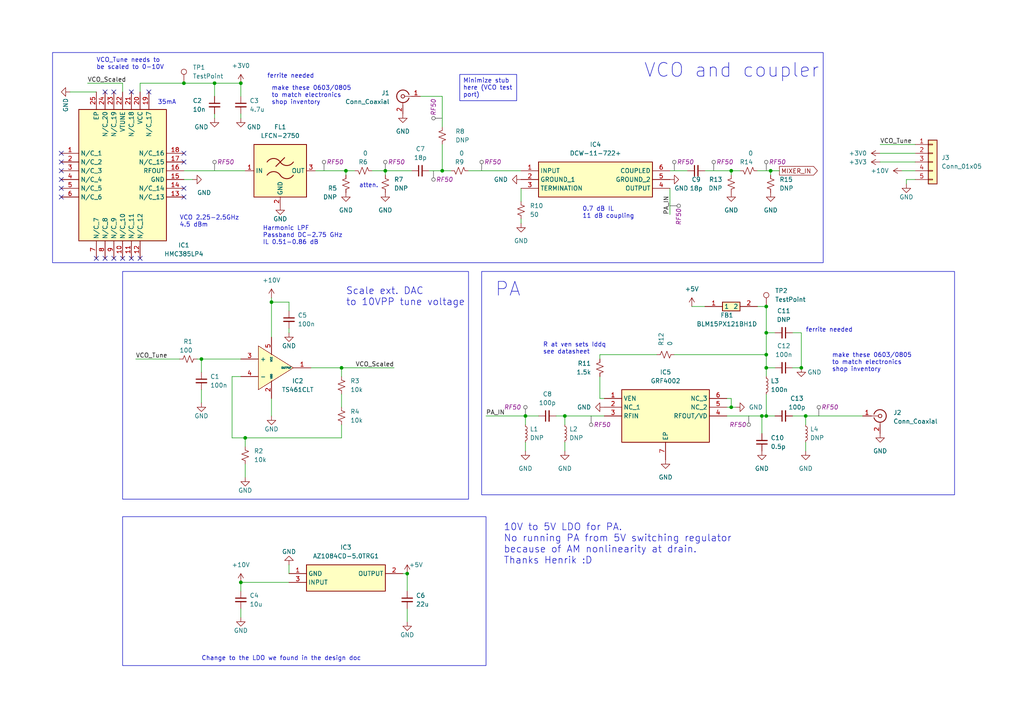
<source format=kicad_sch>
(kicad_sch (version 20230121) (generator eeschema)
  (paper "A4")
  (lib_symbols
    (symbol "Connector:Conn_Coaxial" (pin_names (offset 1.016) hide)
      (property "Reference" "J" (at 0.254 3.048 0))
      (property "Value" "Conn_Coaxial" (at 2.921 0 90))
      (symbol "Conn_Coaxial_0_1"
        (arc (start -1.778 -0.508) (mid 0.2311 -1.8066) (end 1.778 0) (stroke (width 0.254)))
        (polyline (pts (xy -2.54 0) (xy -0.508 0)))
        (polyline (pts (xy 0 -2.54) (xy 0 -1.778)))
        (circle (center 0 0) (radius 0.508) (stroke (width 0.2032)))
        (arc (start 1.778 0) (mid 0.2099 1.8101) (end -1.778 0.508) (stroke (width 0.254)))
      )
      (symbol "Conn_Coaxial_1_1"
        (pin passive line (at -5.08 0 0) (length 2.54) (name "In") (number "1"))
        (pin passive line (at 0 -5.08 90) (length 2.54) (name "Ext") (number "2"))
      )
    )
    (symbol "Connector:TestPoint" (pin_numbers hide) (pin_names (offset 0.762) hide)
      (property "Reference" "TP" (at 0 6.858 0))
      (property "Value" "TestPoint" (at 0 5.08 0))
      (symbol "TestPoint_0_1"
        (circle (center 0 3.302) (radius 0.762))
      )
      (symbol "TestPoint_1_1"
        (pin passive line (at 0 0 90) (length 2.54) (name "1") (number "1"))
      )
    )
    (symbol "Connector_Generic:Conn_01x05" (pin_names (offset 1.016) hide)
      (property "Reference" "J" (at 0 7.62 0))
      (property "Value" "Conn_01x05" (at 0 -7.62 0))
      (symbol "Conn_01x05_1_1"
        (rectangle (start -1.27 -4.953) (end 0 -5.207) (stroke (width 0.1524)))
        (rectangle (start -1.27 -2.413) (end 0 -2.667) (stroke (width 0.1524)))
        (rectangle (start -1.27 0.127) (end 0 -0.127) (stroke (width 0.1524)))
        (rectangle (start -1.27 2.667) (end 0 2.413) (stroke (width 0.1524)))
        (rectangle (start -1.27 5.207) (end 0 4.953) (stroke (width 0.1524)))
        (rectangle (start -1.27 6.35) (end 1.27 -6.35) (stroke (width 0.254)) (fill (type background)))
        (pin passive line (at -5.08 5.08 0) (length 3.81) (name "Pin_1") (number "1"))
        (pin passive line (at -5.08 2.54 0) (length 3.81) (name "Pin_2") (number "2"))
        (pin passive line (at -5.08 0 0) (length 3.81) (name "Pin_3") (number "3"))
        (pin passive line (at -5.08 -2.54 0) (length 3.81) (name "Pin_4") (number "4"))
        (pin passive line (at -5.08 -5.08 0) (length 3.81) (name "Pin_5") (number "5"))
      )
    )
    (symbol "Device:C_Small" (pin_numbers hide) (pin_names (offset 0.254) hide)
      (property "Reference" "C" (at 0.254 1.778 0))
      (property "Value" "C_Small" (at 0.254 -2.032 0))
      (symbol "C_Small_0_1"
        (polyline (pts (xy -1.524 -0.508) (xy 1.524 -0.508)) (stroke (width 0.3302)))
        (polyline (pts (xy -1.524 0.508) (xy 1.524 0.508)) (stroke (width 0.3048)))
      )
      (symbol "C_Small_1_1"
        (pin passive line (at 0 2.54 270) (length 2.032) (name "~") (number "1"))
        (pin passive line (at 0 -2.54 90) (length 2.032) (name "~") (number "2"))
      )
    )
    (symbol "Device:L_Small" (pin_numbers hide) (pin_names (offset 0.254) hide)
      (property "Reference" "L" (at 0.762 1.016 0))
      (property "Value" "L_Small" (at 0.762 -1.016 0))
      (symbol "L_Small_0_1"
        (arc (start 0 -2.032) (mid 0.5058 -1.524) (end 0 -1.016))
        (arc (start 0 -1.016) (mid 0.5058 -0.508) (end 0 0))
        (arc (start 0 0) (mid 0.5058 0.508) (end 0 1.016))
        (arc (start 0 1.016) (mid 0.5058 1.524) (end 0 2.032))
      )
      (symbol "L_Small_1_1"
        (pin passive line (at 0 2.54 270) (length 0.508) (name "~") (number "1"))
        (pin passive line (at 0 -2.54 90) (length 0.508) (name "~") (number "2"))
      )
    )
    (symbol "Device:R_Small_US" (pin_numbers hide) (pin_names (offset 0.254) hide)
      (property "Reference" "R" (at 0.762 0.508 0))
      (property "Value" "R_Small_US" (at 0.762 -1.016 0))
      (symbol "R_Small_US_1_1"
        (polyline (pts (xy 0 0) (xy 1.016 -0.381) (xy 0 -0.762) (xy -1.016 -1.143) (xy 0 -1.524)))
        (polyline (pts (xy 0 1.524) (xy 1.016 1.143) (xy 0 0.762) (xy -1.016 0.381) (xy 0 0)))
        (pin passive line (at 0 2.54 270) (length 1.016) (name "~") (number "1"))
        (pin passive line (at 0 -2.54 90) (length 1.016) (name "~") (number "2"))
      )
    )
    (symbol "RF_Filter:LFCN-2750"
      (property "Reference" "FL" (at 0 10.795 0))
      (property "Value" "LFCN-2750" (at 0 8.89 0))
      (symbol "LFCN-2750_0_1"
        (rectangle (start -7.62 7.62) (end 7.62 -7.62) (stroke (width 0.254)) (fill (type background)))
        (arc (start 0 -1.27) (mid -1.905 -0.2505) (end -3.81 -1.27) (stroke (width 0.254)))
        (arc (start 0 -1.27) (mid 1.905 -2.2895) (end 3.81 -1.27) (stroke (width 0.254)))
        (polyline (pts (xy -1.27 1.27) (xy 1.27 3.81)) (stroke (width 0.254)))
        (arc (start 0 2.54) (mid -1.905 3.5595) (end -3.81 2.54) (stroke (width 0.254)))
        (arc (start 0 2.54) (mid 1.905 1.5205) (end 3.81 2.54) (stroke (width 0.254)))
      )
      (symbol "LFCN-2750_1_1"
        (pin passive line (at -10.16 0 0) (length 2.54) (name "IN") (number "1"))
        (pin passive line (at 0 -10.16 90) (length 2.54) (name "GND") (number "2"))
        (pin passive line (at 10.16 0 180) (length 2.54) (name "OUT") (number "3"))
        (pin passive line (at 0 -10.16 90) (length 2.54) hide (name "GND") (number "4"))
      )
    )
    (symbol "SamacSys_Parts:AZ1084CD-5.0TRG1"
      (property "Reference" "IC" (at 29.21 7.62 0))
      (property "Value" "AZ1084CD-5.0TRG1" (at 29.21 5.08 0))
      (symbol "AZ1084CD-5.0TRG1_1_1"
        (rectangle (start 5.08 2.54) (end 27.94 -5.08) (stroke (width 0.254)) (fill (type background)))
        (pin power_in line (at 0 0 0) (length 5.08) (name "GND") (number "1"))
        (pin output line (at 33.02 0 180) (length 5.08) (name "OUTPUT") (number "2"))
        (pin input line (at 0 -2.54 0) (length 5.08) (name "INPUT") (number "3"))
      )
    )
    (symbol "SamacSys_Parts:BLM15PX121BH1D"
      (property "Reference" "FB" (at 3.81 6.35 0))
      (property "Value" "BLM15PX121BH1D" (at 3.81 3.81 0))
      (symbol "BLM15PX121BH1D_1_1"
        (rectangle (start 5.08 1.27) (end 10.16 -1.27) (stroke (width 0.254)) (fill (type background)))
        (pin passive line (at 0 0 0) (length 5.08) (name "1") (number "1"))
        (pin passive line (at 15.24 0 180) (length 5.08) (name "2") (number "2"))
      )
    )
    (symbol "SamacSys_Parts:DCW-11-722+"
      (property "Reference" "IC" (at 39.37 7.62 0))
      (property "Value" "DCW-11-722+" (at 39.37 5.08 0))
      (symbol "DCW-11-722+_1_1"
        (rectangle (start 5.08 2.54) (end 38.1 -7.62) (stroke (width 0.254)) (fill (type background)))
        (pin passive line (at 0 0 0) (length 5.08) (name "INPUT") (number "1"))
        (pin passive line (at 0 -2.54 0) (length 5.08) (name "GROUND_1") (number "2"))
        (pin passive line (at 0 -5.08 0) (length 5.08) (name "TERMINATION") (number "3"))
        (pin passive line (at 43.18 -5.08 180) (length 5.08) (name "OUTPUT") (number "4"))
        (pin passive line (at 43.18 -2.54 180) (length 5.08) (name "GROUND_2") (number "5"))
        (pin passive line (at 43.18 0 180) (length 5.08) (name "COUPLED") (number "6"))
      )
    )
    (symbol "SamacSys_Parts:GRF4002"
      (property "Reference" "IC" (at 31.75 7.62 0))
      (property "Value" "GRF4002" (at 31.75 5.08 0))
      (symbol "GRF4002_1_1"
        (rectangle (start 5.08 2.54) (end 30.48 -12.7) (stroke (width 0.254)) (fill (type background)))
        (pin passive line (at 0 0 0) (length 5.08) (name "VEN") (number "1"))
        (pin passive line (at 0 -2.54 0) (length 5.08) (name "NC_1") (number "2"))
        (pin passive line (at 0 -5.08 0) (length 5.08) (name "RFIN") (number "3"))
        (pin passive line (at 35.56 -5.08 180) (length 5.08) (name "RFOUT/VD") (number "4"))
        (pin passive line (at 35.56 -2.54 180) (length 5.08) (name "NC_2") (number "5"))
        (pin passive line (at 35.56 0 180) (length 5.08) (name "NC_3") (number "6"))
        (pin passive line (at 17.78 -17.78 90) (length 5.08) (name "EP") (number "7"))
      )
    )
    (symbol "SamacSys_Parts:HMC385LP4"
      (property "Reference" "IC" (at 31.75 17.78 0))
      (property "Value" "HMC385LP4" (at 31.75 15.24 0))
      (symbol "HMC385LP4_1_1"
        (rectangle (start 5.08 12.7) (end 30.48 -25.4) (stroke (width 0.254)) (fill (type background)))
        (pin passive line (at 0 0 0) (length 5.08) (name "N/C_1") (number "1"))
        (pin passive line (at 17.78 -30.48 90) (length 5.08) (name "N/C_10") (number "10"))
        (pin passive line (at 20.32 -30.48 90) (length 5.08) (name "N/C_11") (number "11"))
        (pin passive line (at 22.86 -30.48 90) (length 5.08) (name "N/C_12") (number "12"))
        (pin passive line (at 35.56 -12.7 180) (length 5.08) (name "N/C_13") (number "13"))
        (pin passive line (at 35.56 -10.16 180) (length 5.08) (name "N/C_14") (number "14"))
        (pin passive line (at 35.56 -7.62 180) (length 5.08) (name "GND") (number "15"))
        (pin passive line (at 35.56 -5.08 180) (length 5.08) (name "RFOUT") (number "16"))
        (pin passive line (at 35.56 -2.54 180) (length 5.08) (name "N/C_15") (number "17"))
        (pin passive line (at 35.56 0 180) (length 5.08) (name "N/C_16") (number "18"))
        (pin passive line (at 25.4 17.78 270) (length 5.08) (name "N/C_17") (number "19"))
        (pin passive line (at 0 -2.54 0) (length 5.08) (name "N/C_2") (number "2"))
        (pin passive line (at 22.86 17.78 270) (length 5.08) (name "VCC") (number "20"))
        (pin passive line (at 20.32 17.78 270) (length 5.08) (name "N/C_18") (number "21"))
        (pin passive line (at 17.78 17.78 270) (length 5.08) (name "VTUNE") (number "22"))
        (pin passive line (at 15.24 17.78 270) (length 5.08) (name "N/C_19") (number "23"))
        (pin passive line (at 12.7 17.78 270) (length 5.08) (name "N/C_20") (number "24"))
        (pin passive line (at 10.16 17.78 270) (length 5.08) (name "EP") (number "25"))
        (pin passive line (at 0 -5.08 0) (length 5.08) (name "N/C_3") (number "3"))
        (pin passive line (at 0 -7.62 0) (length 5.08) (name "N/C_4") (number "4"))
        (pin passive line (at 0 -10.16 0) (length 5.08) (name "N/C_5") (number "5"))
        (pin passive line (at 0 -12.7 0) (length 5.08) (name "N/C_6") (number "6"))
        (pin passive line (at 10.16 -30.48 90) (length 5.08) (name "N/C_7") (number "7"))
        (pin passive line (at 12.7 -30.48 90) (length 5.08) (name "N/C_8") (number "8"))
        (pin passive line (at 15.24 -30.48 90) (length 5.08) (name "N/C_9") (number "9"))
      )
    )
    (symbol "SamacSys_Parts:TS461CLT"
      (property "Reference" "IC" (at 11.43 -5.08 0))
      (property "Value" "TS461CLT" (at 11.43 -7.62 0))
      (symbol "TS461CLT_1_1"
        (polyline (pts (xy 0 -6.35) (xy 0 6.35) (xy 10.16 0) (xy 0 -6.35)) (fill (type background)))
        (pin output line (at 15.24 0 180) (length 5.08) (name "OUTPUT") (number "1"))
        (pin power_in line (at 3.81 -8.89 90) (length 5.08) (name "VDD") (number "2"))
        (pin input line (at -5.08 2.54 0) (length 5.08) (name "+") (number "3"))
        (pin input line (at -5.08 -2.54 0) (length 5.08) (name "-") (number "4"))
        (pin power_in line (at 3.81 8.89 270) (length 5.08) (name "VCC") (number "5"))
      )
    )
    (symbol "power:+10V" (power) (pin_names (offset 0))
      (property "Value" "+10V" (at 0 3.556 0))
      (symbol "+10V_0_1"
        (polyline (pts (xy -0.762 1.27) (xy 0 2.54)))
        (polyline (pts (xy 0 0) (xy 0 2.54)))
        (polyline (pts (xy 0 2.54) (xy 0.762 1.27)))
      )
      (symbol "+10V_1_1"
        (pin power_in line (at 0 0 90) (length 0) hide (name "+10V") (number "1"))
      )
    )
    (symbol "power:+3V0" (power) (pin_names (offset 0))
      (property "Value" "+3V0" (at 0 3.556 0))
      (symbol "+3V0_0_1"
        (polyline (pts (xy -0.762 1.27) (xy 0 2.54)))
        (polyline (pts (xy 0 0) (xy 0 2.54)))
        (polyline (pts (xy 0 2.54) (xy 0.762 1.27)))
      )
      (symbol "+3V0_1_1"
        (pin power_in line (at 0 0 90) (length 0) hide (name "+3V0") (number "1"))
      )
    )
    (symbol "power:+3V3" (power) (pin_names (offset 0))
      (property "Value" "+3V3" (at 0 3.556 0))
      (symbol "+3V3_0_1"
        (polyline (pts (xy -0.762 1.27) (xy 0 2.54)))
        (polyline (pts (xy 0 0) (xy 0 2.54)))
        (polyline (pts (xy 0 2.54) (xy 0.762 1.27)))
      )
      (symbol "+3V3_1_1"
        (pin power_in line (at 0 0 90) (length 0) hide (name "+3V3") (number "1"))
      )
    )
    (symbol "power:+5V" (power) (pin_names (offset 0))
      (property "Value" "+5V" (at 0 3.556 0))
      (symbol "+5V_0_1"
        (polyline (pts (xy -0.762 1.27) (xy 0 2.54)))
        (polyline (pts (xy 0 0) (xy 0 2.54)))
        (polyline (pts (xy 0 2.54) (xy 0.762 1.27)))
      )
      (symbol "+5V_1_1"
        (pin power_in line (at 0 0 90) (length 0) hide (name "+5V") (number "1"))
      )
    )
    (symbol "power:GND" (power) (pin_names (offset 0))
      (property "Value" "GND" (at 0 -3.81 0))
      (symbol "GND_0_1"
        (polyline (pts (xy 0 0) (xy 0 -1.27) (xy 1.27 -1.27) (xy 0 -2.54) (xy -1.27 -1.27) (xy 0 -1.27)))
      )
      (symbol "GND_1_1"
        (pin power_in line (at 0 0 270) (length 0) hide (name "GND") (number "1"))
      )
    )
  )
  (junction (at 128.27 49.53))
  (junction (at 163.83 120.65))
  (junction (at 222.25 120.65))
  (junction (at 118.11 166.37))
  (junction (at 71.12 127))
  (junction (at 78.74 87.63))
  (junction (at 222.25 102.87))
  (junction (at 222.25 88.9))
  (junction (at 212.09 49.53))
  (junction (at 111.76 49.53))
  (junction (at 69.85 24.13))
  (junction (at 99.06 106.68))
  (junction (at 53.34 24.13))
  (junction (at 223.52 49.53))
  (junction (at 232.41 106.68))
  (junction (at 152.4 120.65))
  (junction (at 222.25 96.52))
  (junction (at 233.68 120.65))
  (junction (at 58.42 104.14))
  (junction (at 69.85 168.91))
  (junction (at 212.09 118.11))
  (junction (at 220.98 120.65))
  (junction (at 62.23 24.13))
  (junction (at 222.25 106.68))
  (junction (at 100.33 49.53))
  (no_connect (at 17.78 54.61))
  (no_connect (at 53.34 54.61))
  (no_connect (at 53.34 46.99))
  (no_connect (at 43.18 26.67))
  (no_connect (at 17.78 44.45))
  (no_connect (at 33.02 74.93))
  (no_connect (at 17.78 49.53))
  (no_connect (at 53.34 57.15))
  (no_connect (at 30.48 26.67))
  (no_connect (at 30.48 74.93))
  (no_connect (at 17.78 46.99))
  (no_connect (at 27.94 74.93))
  (no_connect (at 38.1 26.67))
  (no_connect (at 17.78 57.15))
  (no_connect (at 40.64 74.93))
  (no_connect (at 35.56 74.93))
  (no_connect (at 17.78 52.07))
  (no_connect (at 53.34 44.45))
  (no_connect (at 33.02 26.67))
  (no_connect (at 38.1 74.93))
  (wire (pts (xy 212.09 49.53) (xy 214.63 49.53)))
  (wire (pts (xy 78.74 115.57) (xy 78.74 120.65)))
  (wire (pts (xy 128.27 49.53) (xy 130.81 49.53)))
  (wire (pts (xy 210.82 120.65) (xy 220.98 120.65)))
  (wire (pts (xy 71.12 127) (xy 67.31 127)))
  (wire (pts (xy 118.11 176.53) (xy 118.11 180.34)))
  (wire (pts (xy 212.09 118.11) (xy 213.36 118.11)))
  (wire (pts (xy 173.99 109.22) (xy 173.99 115.57)))
  (wire (pts (xy 69.85 168.91) (xy 69.85 171.45)))
  (wire (pts (xy 255.27 41.91) (xy 265.43 41.91)))
  (wire (pts (xy 100.33 50.8) (xy 100.33 49.53)))
  (wire (pts (xy 83.82 90.17) (xy 83.82 87.63)))
  (wire (pts (xy 25.4 24.13) (xy 35.56 24.13)))
  (wire (pts (xy 210.82 115.57) (xy 212.09 115.57)))
  (wire (pts (xy 71.12 129.54) (xy 71.12 127)))
  (wire (pts (xy 99.06 114.3) (xy 99.06 118.11)))
  (wire (pts (xy 62.23 33.02) (xy 62.23 34.29)))
  (wire (pts (xy 83.82 96.52) (xy 83.82 95.25)))
  (wire (pts (xy 222.25 114.3) (xy 222.25 120.65)))
  (wire (pts (xy 233.68 120.65) (xy 250.19 120.65)))
  (wire (pts (xy 255.27 44.45) (xy 265.43 44.45)))
  (wire (pts (xy 111.76 49.53) (xy 119.38 49.53)))
  (wire (pts (xy 229.87 96.52) (xy 232.41 96.52)))
  (wire (pts (xy 220.98 125.73) (xy 220.98 120.65)))
  (wire (pts (xy 233.68 128.27) (xy 233.68 130.81)))
  (wire (pts (xy 53.34 49.53) (xy 71.12 49.53)))
  (wire (pts (xy 58.42 107.95) (xy 58.42 104.14)))
  (wire (pts (xy 83.82 163.83) (xy 83.82 166.37)))
  (wire (pts (xy 69.85 33.02) (xy 69.85 34.29)))
  (wire (pts (xy 222.25 120.65) (xy 224.79 120.65)))
  (wire (pts (xy 69.85 179.07) (xy 69.85 176.53)))
  (wire (pts (xy 71.12 134.62) (xy 71.12 138.43)))
  (wire (pts (xy 100.33 49.53) (xy 102.87 49.53)))
  (wire (pts (xy 219.71 88.9) (xy 222.25 88.9)))
  (wire (pts (xy 210.82 118.11) (xy 212.09 118.11)))
  (wire (pts (xy 223.52 49.53) (xy 223.52 50.8)))
  (wire (pts (xy 53.34 52.07) (xy 55.88 52.07)))
  (wire (pts (xy 135.89 49.53) (xy 151.13 49.53)))
  (wire (pts (xy 229.87 106.68) (xy 232.41 106.68)))
  (wire (pts (xy 151.13 63.5) (xy 151.13 64.77)))
  (wire (pts (xy 232.41 96.52) (xy 232.41 106.68)))
  (wire (pts (xy 219.71 49.53) (xy 223.52 49.53)))
  (wire (pts (xy 69.85 27.94) (xy 69.85 24.13)))
  (wire (pts (xy 71.12 127) (xy 99.06 127)))
  (wire (pts (xy 233.68 120.65) (xy 229.87 120.65)))
  (wire (pts (xy 194.31 49.53) (xy 199.39 49.53)))
  (wire (pts (xy 222.25 96.52) (xy 222.25 102.87)))
  (wire (pts (xy 140.97 120.65) (xy 152.4 120.65)))
  (wire (pts (xy 222.25 106.68) (xy 222.25 109.22)))
  (wire (pts (xy 262.89 52.07) (xy 265.43 52.07)))
  (wire (pts (xy 200.66 88.9) (xy 204.47 88.9)))
  (wire (pts (xy 91.44 49.53) (xy 100.33 49.53)))
  (wire (pts (xy 20.32 26.67) (xy 27.94 26.67)))
  (wire (pts (xy 224.79 106.68) (xy 222.25 106.68)))
  (wire (pts (xy 128.27 49.53) (xy 124.46 49.53)))
  (wire (pts (xy 173.99 102.87) (xy 190.5 102.87)))
  (wire (pts (xy 128.27 41.91) (xy 128.27 49.53)))
  (wire (pts (xy 152.4 120.65) (xy 156.21 120.65)))
  (wire (pts (xy 261.62 49.53) (xy 265.43 49.53)))
  (wire (pts (xy 39.37 104.14) (xy 52.07 104.14)))
  (wire (pts (xy 62.23 27.94) (xy 62.23 24.13)))
  (wire (pts (xy 35.56 26.67) (xy 35.56 24.13)))
  (wire (pts (xy 204.47 49.53) (xy 212.09 49.53)))
  (wire (pts (xy 67.31 127) (xy 67.31 109.22)))
  (wire (pts (xy 83.82 168.91) (xy 69.85 168.91)))
  (wire (pts (xy 222.25 88.9) (xy 222.25 96.52)))
  (wire (pts (xy 195.58 102.87) (xy 222.25 102.87)))
  (wire (pts (xy 99.06 127) (xy 99.06 123.19)))
  (wire (pts (xy 152.4 130.81) (xy 152.4 128.27)))
  (wire (pts (xy 111.76 49.53) (xy 111.76 50.8)))
  (wire (pts (xy 224.79 96.52) (xy 222.25 96.52)))
  (wire (pts (xy 90.17 106.68) (xy 99.06 106.68)))
  (wire (pts (xy 223.52 49.53) (xy 226.06 49.53)))
  (wire (pts (xy 107.95 49.53) (xy 111.76 49.53)))
  (wire (pts (xy 78.74 86.36) (xy 78.74 87.63)))
  (wire (pts (xy 62.23 24.13) (xy 53.34 24.13)))
  (wire (pts (xy 40.64 24.13) (xy 40.64 26.67)))
  (wire (pts (xy 163.83 120.65) (xy 175.26 120.65)))
  (wire (pts (xy 99.06 106.68) (xy 114.3 106.68)))
  (wire (pts (xy 128.27 27.94) (xy 128.27 36.83)))
  (wire (pts (xy 163.83 130.81) (xy 163.83 128.27)))
  (wire (pts (xy 212.09 50.8) (xy 212.09 49.53)))
  (wire (pts (xy 53.34 24.13) (xy 40.64 24.13)))
  (wire (pts (xy 173.99 104.14) (xy 173.99 102.87)))
  (wire (pts (xy 255.27 46.99) (xy 265.43 46.99)))
  (wire (pts (xy 194.31 54.61) (xy 194.31 62.23)))
  (wire (pts (xy 262.89 53.34) (xy 262.89 52.07)))
  (wire (pts (xy 67.31 109.22) (xy 69.85 109.22)))
  (wire (pts (xy 163.83 120.65) (xy 163.83 123.19)))
  (wire (pts (xy 118.11 166.37) (xy 116.84 166.37)))
  (wire (pts (xy 212.09 115.57) (xy 212.09 118.11)))
  (wire (pts (xy 99.06 106.68) (xy 99.06 109.22)))
  (wire (pts (xy 161.29 120.65) (xy 163.83 120.65)))
  (wire (pts (xy 151.13 54.61) (xy 151.13 58.42)))
  (wire (pts (xy 233.68 123.19) (xy 233.68 120.65)))
  (wire (pts (xy 173.99 115.57) (xy 175.26 115.57)))
  (wire (pts (xy 58.42 104.14) (xy 69.85 104.14)))
  (wire (pts (xy 78.74 87.63) (xy 78.74 97.79)))
  (wire (pts (xy 58.42 104.14) (xy 57.15 104.14)))
  (wire (pts (xy 152.4 123.19) (xy 152.4 120.65)))
  (wire (pts (xy 118.11 166.37) (xy 118.11 171.45)))
  (wire (pts (xy 121.92 27.94) (xy 128.27 27.94)))
  (wire (pts (xy 222.25 102.87) (xy 222.25 106.68)))
  (wire (pts (xy 62.23 24.13) (xy 69.85 24.13)))
  (wire (pts (xy 220.98 120.65) (xy 222.25 120.65)))
  (wire (pts (xy 83.82 87.63) (xy 78.74 87.63)))
  (wire (pts (xy 58.42 113.03) (xy 58.42 116.84)))
  (rectangle (start 35.56 78.74) (end 135.89 144.78))
  (rectangle (start 15.24 15.24) (end 238.76 76.2))
  (rectangle (start 35.56 149.86) (end 140.97 193.04))
  (rectangle (start 139.7 78.74) (end 276.86 143.51))
  (text_box "Minimize stub here (VCO test port)" (at 133.35 21.59 0) (size 16.51 7.62) (effects (font (size 1.27 1.27)) (justify left top)))
  (text "PA" (at 143.51 86.36 0) (effects (font (size 4 4)) (justify left bottom)))
  (text "ferrite needed" (at 233.68 96.52 0) (effects (font (size 1.27 1.27)) (justify left bottom)))
  (text "VCO and coupler" (at 186.69 22.86 0) (effects (font (size 4 4)) (justify left bottom)))
  (text "35mA" (at 45.72 30.48 0) (effects (font (size 1.27 1.27)) (justify left bottom)))
  (text "ferrite needed" (at 77.47 22.86 0) (effects (font (size 1.27 1.27)) (justify left bottom)))
  (text "Scale ext. DAC\nto 10VPP tune voltage" (at 100.33 88.9 0) (effects (font (size 2 2)) (justify left bottom)))
  (text "atten." (at 104.14 54.61 0) (effects (font (size 1.27 1.27)) (justify left bottom)))
  (text "10V to 5V LDO for PA. \nNo running PA from 5V switching regulator\nbecause of AM nonlinearity at drain.\nThanks Henrik :D" (at 146.05 163.83 0) (effects (font (size 2 2)) (justify left bottom)))
  (text "VCO 2.25-2.5GHz\n4.5 dBm " (at 52.07 66.04 0) (effects (font (size 1.27 1.27)) (justify left bottom)))
  (text "VCO_Tune needs to\nbe scaled to 0-10V" (at 27.94 20.32 0) (effects (font (size 1.27 1.27)) (justify left bottom)))
  (text "make these 0603/0805\nto match electronics \nshop inventory" (at 241.3 107.95 0) (effects (font (size 1.27 1.27)) (justify left bottom)))
  (text "Change to the LDO we found in the design doc" (at 58.42 191.77 0) (effects (font (size 1.27 1.27)) (justify left bottom)))
  (text "R at ven sets Iddq\nsee datasheet" (at 157.48 102.87 0) (effects (font (size 1.27 1.27)) (justify left bottom)))
  (text "make these 0603/0805\nto match electronics \nshop inventory" (at 78.74 30.48 0) (effects (font (size 1.27 1.27)) (justify left bottom)))
  (text "Harmonic LPF\nPassband DC-2.75 GHz\nIL 0.51-0.86 dB" (at 76.2 71.12 0) (effects (font (size 1.27 1.27)) (justify left bottom)))
  (text "0.7 dB IL\n11 dB coupling" (at 168.91 63.5 0) (effects (font (size 1.27 1.27)) (justify left bottom)))
  (label "VCO_Tune" (at 255.27 41.91 0))
  (label "VCO_Tune" (at 39.37 104.14 0))
  (label "VCO_Scaled" (at 25.4 24.13 0))
  (label "VCO_Scaled" (at 114.3 106.68 180))
  (label "PA_IN" (at 140.97 120.65 0))
  (label "PA_IN" (at 194.31 62.23 90))
  (global_label "MIXER_IN" (shape output) (at 226.06 49.53 0) (property "Intersheetrefs" "${INTERSHEET_REFS}" (effects hide)))
  (netclass_flag "" (length 2.54) (shape round) (at 207.01 49.53 0) (property "Netclass" "RF50" (at 207.7085 46.99 0) (effects (font italic) (justify left))))
  (netclass_flag "" (length 2.54) (shape round) (at 62.23 49.53 0) (property "Netclass" "RF50" (at 62.9285 46.99 0) (effects (font italic) (justify left))))
  (netclass_flag "" (length 2.54) (shape round) (at 217.17 120.65 180) (property "Netclass" "RF50" (at 216.4715 123.19 0) (effects (font italic) (justify right))))
  (netclass_flag "" (length 2.54) (shape round) (at 93.98 49.53 0) (property "Netclass" "RF50" (at 94.6785 46.99 0) (effects (font italic) (justify left))))
  (netclass_flag "" (length 2.54) (shape round) (at 194.31 59.69 270) (property "Netclass" "RF50" (at 196.85 60.3885 90) (effects (font italic) (justify right))))
  (netclass_flag "" (length 2.54) (shape round) (at 222.25 49.53 0) (property "Netclass" "RF50" (at 222.9485 46.99 0) (effects (font italic) (justify left))))
  (netclass_flag "" (length 2.54) (shape round) (at 128.27 34.29 90) (property "Netclass" "RF50" (at 125.73 33.5915 90) (effects (font italic) (justify left))))
  (netclass_flag "" (length 2.54) (shape round) (at 171.45 120.65 180) (property "Netclass" "RF50" (at 172.1485 123.19 0) (effects (font italic) (justify left))))
  (netclass_flag "" (length 2.54) (shape round) (at 237.49 120.65 0) (property "Netclass" "RF50" (at 238.1885 118.11 0) (effects (font italic) (justify left))))
  (netclass_flag "" (length 2.54) (shape round) (at 111.76 49.53 0) (property "Netclass" "RF50" (at 112.4585 46.99 0) (effects (font italic) (justify left))))
  (netclass_flag "" (length 2.54) (shape round) (at 152.4 120.65 0) (property "Netclass" "RF50" (at 151.13 118.11 0) (effects (font italic) (justify right))))
  (netclass_flag "" (length 2.54) (shape round) (at 139.7 49.53 0) (property "Netclass" "RF50" (at 140.3985 46.99 0) (effects (font italic) (justify left))))
  (netclass_flag "" (length 2.54) (shape round) (at 125.73 49.53 180) (property "Netclass" "RF50" (at 126.4285 52.07 0) (effects (font italic) (justify left))))
  (netclass_flag "" (length 2.54) (shape round) (at 195.58 49.53 0) (property "Netclass" "RF50" (at 196.2785 46.99 0) (effects (font italic) (justify left))))
  (symbol (lib_id "Device:R_Small_US") (at 212.09 53.34 0) (mirror x) (unit 1)
    (property "Reference" "R13" (at 209.55 52.07 0) (effects (justify right)))
    (property "Value" "DNP" (at 209.55 54.61 0) (effects (justify right)))
    (property "Footprint" "Resistor_SMD:R_0402_1005Metric" (effects hide))
  )
  (symbol (lib_id "Device:L_Small") (at 222.25 111.76 0) (unit 1)
    (property "Reference" "L3" (at 223.52 110.49 0) (effects (justify left)))
    (property "Value" "100n" (at 223.52 113.03 0) (effects (justify left)))
    (property "Footprint" "Inductor_SMD:L_0402_1005Metric" (effects hide))
  )
  (symbol (lib_id "Device:R_Small_US") (at 223.52 53.34 180) (unit 1)
    (property "Reference" "R15" (at 226.06 52.07 0) (effects (justify right)))
    (property "Value" "DNP" (at 226.06 54.61 0) (effects (justify right)))
    (property "Footprint" "Resistor_SMD:R_0402_1005Metric" (effects hide))
  )
  (symbol (lib_id "power:GND") (at 151.13 52.07 270) (unit 1)
    (property "Reference" "#PWR024" (effects hide))
    (property "Value" "GND" (at 147.32 52.07 90) (effects (justify right)))
  )
  (symbol (lib_id "power:GND") (at 78.74 120.65 0) (unit 1)
    (property "Reference" "#PWR015" (effects hide))
    (property "Value" "GND" (at 78.74 124.46 0))
  )
  (symbol (lib_id "power:GND") (at 83.82 96.52 0) (unit 1)
    (property "Reference" "#PWR017" (effects hide))
    (property "Value" "GND" (at 83.82 100.33 0))
  )
  (symbol (lib_id "Device:R_Small_US") (at 173.99 106.68 0) (mirror x) (unit 1)
    (property "Reference" "R11" (at 171.45 105.41 0) (effects (justify right)))
    (property "Value" "1.5k" (at 171.45 107.95 0) (effects (justify right)))
    (property "Footprint" "Resistor_SMD:R_0402_1005Metric_Pad0.72x0.64mm_HandSolder" (effects hide))
  )
  (symbol (lib_id "power:GND") (at 233.68 130.81 0) (unit 1)
    (property "Reference" "#PWR037" (effects hide))
    (property "Value" "GND" (at 233.68 135.89 0))
  )
  (symbol (lib_id "power:GND") (at 213.36 118.11 90) (unit 1)
    (property "Reference" "#PWR033" (effects hide))
    (property "Value" "GND" (at 217.17 118.11 90) (effects (justify right)))
  )
  (symbol (lib_id "Connector:Conn_Coaxial") (at 116.84 27.94 0) (mirror y) (unit 1)
    (property "Reference" "J1" (at 113.03 26.9632 0) (effects (justify left)))
    (property "Value" "Conn_Coaxial" (at 113.03 29.5032 0) (effects (justify left)))
    (property "Footprint" "Connector_Coaxial:SMA_Molex_73251-1153_EdgeMount_Horizontal" (effects hide))
    (property "Datasheet" " ~" (effects hide))
  )
  (symbol (lib_id "SamacSys_Parts:TS461CLT") (at 74.93 106.68 0) (unit 1)
    (property "Reference" "IC2" (at 86.36 110.49 0))
    (property "Value" "TS461CLT" (at 86.36 113.03 0))
    (property "Footprint" "SamacSys_Parts:SOT95P280X145-5N" (effects hide))
    (property "Datasheet" "http://www.st.com/web/en/resource/technical/document/datasheet/CD00001507.pdf" (effects hide))
    (property "Height" "1.45" (effects hide))
    (property "Mouser Part Number" "511-TS461CL" (effects hide))
    (property "Mouser Price/Stock" "https://www.mouser.co.uk/ProductDetail/STMicroelectronics/TS461CLT?qs=AP713i%252BP1ss5qGQl1GcqlQ%3D%3D" (effects hide))
    (property "Manufacturer_Name" "STMicroelectronics" (effects hide))
    (property "Manufacturer_Part_Number" "TS461CLT" (effects hide))
  )
  (symbol (lib_id "Device:C_Small") (at 227.33 96.52 270) (unit 1)
    (property "Reference" "C11" (at 227.3236 90.17 90))
    (property "Value" "DNP" (at 227.3236 92.71 90))
    (property "Footprint" "Capacitor_SMD:C_0402_1005Metric_Pad0.74x0.62mm_HandSolder" (effects hide))
  )
  (symbol (lib_id "power:GND") (at 255.27 125.73 0) (unit 1)
    (property "Reference" "#PWR040" (effects hide))
    (property "Value" "GND" (at 255.27 130.81 0))
  )
  (symbol (lib_id "power:GND") (at 69.85 34.29 0) (unit 1)
    (property "Reference" "#PWR010" (effects hide))
    (property "Value" "GND" (at 73.66 36.83 0))
  )
  (symbol (lib_id "Device:R_Small_US") (at 128.27 39.37 0) (mirror y) (unit 1)
    (property "Reference" "R8" (at 132.08 38.1 0) (effects (justify right)))
    (property "Value" "DNP" (at 132.08 40.64 0) (effects (justify right)))
    (property "Footprint" "Resistor_SMD:R_0402_1005Metric" (effects hide))
  )
  (symbol (lib_id "power:+5V") (at 200.66 88.9 0) (unit 1)
    (property "Reference" "#PWR031" (effects hide))
    (property "Value" "+5V" (at 200.66 83.82 0))
  )
  (symbol (lib_id "power:GND") (at 163.83 130.81 0) (unit 1)
    (property "Reference" "#PWR027" (effects hide))
    (property "Value" "GND" (at 163.83 135.89 0))
  )
  (symbol (lib_id "Device:C_Small") (at 121.92 49.53 90) (mirror x) (unit 1)
    (property "Reference" "C7" (at 121.9263 43.18 90))
    (property "Value" "18p" (at 121.9263 45.72 90))
    (property "Footprint" "Capacitor_SMD:C_0402_1005Metric" (effects hide))
  )
  (symbol (lib_id "power:GND") (at 100.33 55.88 0) (unit 1)
    (property "Reference" "#PWR019" (effects hide))
    (property "Value" "GND" (at 100.33 60.96 0))
  )
  (symbol (lib_id "Device:L_Small") (at 233.68 125.73 0) (unit 1)
    (property "Reference" "L4" (at 234.95 124.46 0) (effects (justify left)))
    (property "Value" "DNP" (at 234.95 127 0) (effects (justify left)))
    (property "Footprint" "Inductor_SMD:L_0402_1005Metric" (effects hide))
  )
  (symbol (lib_id "power:GND") (at 118.11 180.34 0) (unit 1)
    (property "Reference" "#PWR023" (effects hide))
    (property "Value" "GND" (at 118.11 184.15 0))
  )
  (symbol (lib_id "Device:R_Small_US") (at 99.06 120.65 180) (unit 1)
    (property "Reference" "R4" (at 101.6 119.38 0) (effects (justify right)))
    (property "Value" "10k" (at 101.6 121.92 0) (effects (justify right)))
    (property "Footprint" "Resistor_SMD:R_0402_1005Metric_Pad0.72x0.64mm_HandSolder" (effects hide))
  )
  (symbol (lib_id "Device:R_Small_US") (at 54.61 104.14 270) (unit 1)
    (property "Reference" "R1" (at 55.88 99.06 90) (effects (justify right)))
    (property "Value" "100" (at 55.88 101.6 90) (effects (justify right)))
    (property "Footprint" "Resistor_SMD:R_0402_1005Metric_Pad0.72x0.64mm_HandSolder" (effects hide))
  )
  (symbol (lib_id "power:GND") (at 152.4 130.81 0) (unit 1)
    (property "Reference" "#PWR026" (effects hide))
    (property "Value" "GND" (at 152.4 135.89 0))
  )
  (symbol (lib_id "power:+3V0") (at 255.27 44.45 90) (unit 1)
    (property "Reference" "#PWR038" (effects hide))
    (property "Value" "+3V0" (at 251.46 44.45 90) (effects (justify left)))
  )
  (symbol (lib_id "power:GND") (at 193.04 133.35 0) (unit 1)
    (property "Reference" "#PWR029" (effects hide))
    (property "Value" "GND" (at 193.04 138.43 0))
  )
  (symbol (lib_id "power:GND") (at 83.82 163.83 180) (unit 1)
    (property "Reference" "#PWR018" (effects hide))
    (property "Value" "GND" (at 83.82 160.02 0))
  )
  (symbol (lib_id "Device:C_Small") (at 69.85 30.48 0) (mirror y) (unit 1)
    (property "Reference" "C3" (at 72.39 29.2163 0) (effects (justify right)))
    (property "Value" "4.7u" (at 72.39 31.7563 0) (effects (justify right)))
    (property "Footprint" "Capacitor_SMD:C_0805_2012Metric" (effects hide))
  )
  (symbol (lib_id "power:GND") (at 151.13 64.77 0) (unit 1)
    (property "Reference" "#PWR025" (effects hide))
    (property "Value" "GND" (at 151.13 69.85 0))
  )
  (symbol (lib_id "Device:C_Small") (at 227.33 120.65 90) (unit 1)
    (property "Reference" "C13" (at 231.14 115.57 90))
    (property "Value" "100p" (at 231.14 118.11 90))
    (property "Footprint" "Capacitor_SMD:C_0402_1005Metric" (effects hide))
  )
  (symbol (lib_id "Device:C_Small") (at 62.23 30.48 0) (mirror y) (unit 1)
    (property "Reference" "C2" (at 55.88 29.21 0) (effects (justify right)))
    (property "Value" "10n" (at 55.88 31.75 0) (effects (justify right)))
    (property "Footprint" "Capacitor_SMD:C_0603_1608Metric" (effects hide))
  )
  (symbol (lib_id "power:GND") (at 71.12 138.43 0) (unit 1)
    (property "Reference" "#PWR013" (effects hide))
    (property "Value" "GND" (at 71.12 142.24 0))
  )
  (symbol (lib_id "Device:C_Small") (at 220.98 128.27 180) (unit 1)
    (property "Reference" "C10" (at 223.52 126.9936 0) (effects (justify right)))
    (property "Value" "0.5p" (at 223.52 129.5336 0) (effects (justify right)))
    (property "Footprint" "Capacitor_SMD:C_0402_1005Metric" (effects hide))
  )
  (symbol (lib_id "Device:L_Small") (at 152.4 125.73 0) (unit 1)
    (property "Reference" "L1" (at 153.67 124.46 0) (effects (justify left)))
    (property "Value" "DNP" (at 153.67 127 0) (effects (justify left)))
    (property "Footprint" "Inductor_SMD:L_0402_1005Metric" (effects hide))
  )
  (symbol (lib_id "Connector:TestPoint") (at 222.25 88.9 0) (unit 1)
    (property "Reference" "TP2" (at 224.79 84.328 0) (effects (justify left)))
    (property "Value" "TestPoint" (at 224.79 86.868 0) (effects (justify left)))
    (property "Footprint" "TestPoint:TestPoint_Pad_1.0x1.0mm" (effects hide))
  )
  (symbol (lib_id "power:GND") (at 62.23 34.29 0) (unit 1)
    (property "Reference" "#PWR08" (effects hide))
    (property "Value" "GND" (at 58.42 36.83 0))
  )
  (symbol (lib_id "power:+3V0") (at 69.85 24.13 0) (unit 1)
    (property "Reference" "#PWR09" (effects hide))
    (property "Value" "+3V0" (at 69.85 19.05 0))
  )
  (symbol (lib_id "Device:R_Small_US") (at 105.41 49.53 270) (mirror x) (unit 1)
    (property "Reference" "R6" (at 106.68 46.99 90) (effects (justify right)))
    (property "Value" "0" (at 106.68 44.45 90) (effects (justify right)))
    (property "Footprint" "Resistor_SMD:R_0402_1005Metric" (effects hide))
  )
  (symbol (lib_id "power:GND") (at 111.76 55.88 0) (unit 1)
    (property "Reference" "#PWR020" (effects hide))
    (property "Value" "GND" (at 111.76 60.96 0))
  )
  (symbol (lib_id "SamacSys_Parts:DCW-11-722+") (at 151.13 49.53 0) (unit 1)
    (property "Reference" "IC4" (at 172.72 41.91 0))
    (property "Value" "DCW-11-722+" (at 172.72 44.45 0))
    (property "Footprint" "SamacSys_Parts:DCW11722" (effects hide))
    (property "Datasheet" "https://co.mouser.com/datasheet/2/1030/DCW_11_722_2b-1858418.pdf" (effects hide))
    (property "Height" "0.61" (effects hide))
    (property "Manufacturer_Name" "Mini-Circuits" (effects hide))
    (property "Manufacturer_Part_Number" "DCW-11-722+" (effects hide))
    (property "Mouser Part Number" "139-DCW-11-722+" (effects hide))
    (property "Mouser Price/Stock" "https://www.mouser.co.uk/ProductDetail/Mini-Circuits/DCW-11-722%2b?qs=7MVldsJ5UazHOq4a%2FnJnrw%3D%3D" (effects hide))
  )
  (symbol (lib_id "power:GND") (at 223.52 55.88 0) (unit 1)
    (property "Reference" "#PWR035" (effects hide))
    (property "Value" "GND" (at 223.52 60.96 0))
  )
  (symbol (lib_id "power:GND") (at 262.89 53.34 0) (unit 1)
    (property "Reference" "#PWR042" (effects hide))
    (property "Value" "GND" (at 262.89 57.15 0))
  )
  (symbol (lib_id "power:GND") (at 212.09 55.88 0) (unit 1)
    (property "Reference" "#PWR032" (effects hide))
    (property "Value" "GND" (at 212.09 60.96 0))
  )
  (symbol (lib_id "power:GND") (at 81.28 59.69 0) (unit 1)
    (property "Reference" "#PWR016" (effects hide))
    (property "Value" "GND" (at 81.28 63.5 0))
  )
  (symbol (lib_id "Device:C_Small") (at 83.82 92.71 0) (unit 1)
    (property "Reference" "C5" (at 86.36 91.4463 0) (effects (justify left)))
    (property "Value" "100n" (at 86.36 93.9863 0) (effects (justify left)))
    (property "Footprint" "Capacitor_SMD:C_0402_1005Metric_Pad0.74x0.62mm_HandSolder" (effects hide))
  )
  (symbol (lib_id "Device:C_Small") (at 69.85 173.99 0) (unit 1)
    (property "Reference" "C4" (at 72.39 172.7263 0) (effects (justify left)))
    (property "Value" "10u" (at 72.39 175.2663 0) (effects (justify left)))
    (property "Footprint" "Capacitor_SMD:C_0805_2012Metric" (effects hide))
  )
  (symbol (lib_id "RF_Filter:LFCN-2750") (at 81.28 49.53 0) (unit 1)
    (property "Reference" "FL1" (at 81.28 36.83 0))
    (property "Value" "LFCN-2750" (at 81.28 39.37 0))
    (property "Footprint" "Filter:Filter_Mini-Circuits_FV1206" (effects hide))
    (property "Datasheet" "https://www.minicircuits.com/pdfs/LFCN-2750+.pdf" (effects hide))
  )
  (symbol (lib_id "Device:L_Small") (at 163.83 125.73 0) (unit 1)
    (property "Reference" "L2" (at 165.1 124.46 0) (effects (justify left)))
    (property "Value" "DNP" (at 165.1 127 0) (effects (justify left)))
    (property "Footprint" "Inductor_SMD:L_0402_1005Metric" (effects hide))
  )
  (symbol (lib_id "power:+5V") (at 118.11 166.37 0) (unit 1)
    (property "Reference" "#PWR022" (effects hide))
    (property "Value" "+5V" (at 120.65 163.83 0))
  )
  (symbol (lib_id "power:+10V") (at 78.74 86.36 0) (unit 1)
    (property "Reference" "#PWR014" (effects hide))
    (property "Value" "+10V" (at 78.74 81.28 0))
  )
  (symbol (lib_id "power:GND") (at 55.88 52.07 90) (unit 1)
    (property "Reference" "#PWR06" (effects hide))
    (property "Value" "GND" (at 57.15 55.88 90) (effects (justify right)))
  )
  (symbol (lib_id "Device:R_Small_US") (at 133.35 49.53 270) (mirror x) (unit 1)
    (property "Reference" "R9" (at 134.62 46.99 90) (effects (justify right)))
    (property "Value" "0" (at 134.62 44.45 90) (effects (justify right)))
    (property "Footprint" "Resistor_SMD:R_0402_1005Metric" (effects hide))
  )
  (symbol (lib_id "Connector:TestPoint") (at 53.34 24.13 0) (unit 1)
    (property "Reference" "TP1" (at 55.88 19.558 0) (effects (justify left)))
    (property "Value" "TestPoint" (at 55.88 22.098 0) (effects (justify left)))
    (property "Footprint" "TestPoint:TestPoint_Pad_1.0x1.0mm" (effects hide))
  )
  (symbol (lib_id "power:GND") (at 20.32 26.67 270) (unit 1)
    (property "Reference" "#PWR05" (effects hide))
    (property "Value" "GND" (at 19.05 30.48 0))
  )
  (symbol (lib_id "Device:R_Small_US") (at 217.17 49.53 270) (mirror x) (unit 1)
    (property "Reference" "R14" (at 218.44 46.99 90) (effects (justify right)))
    (property "Value" "0" (at 218.44 44.45 90) (effects (justify right)))
    (property "Footprint" "Resistor_SMD:R_0402_1005Metric" (effects hide))
  )
  (symbol (lib_id "Device:R_Small_US") (at 100.33 53.34 0) (mirror x) (unit 1)
    (property "Reference" "R5" (at 97.79 54.61 0) (effects (justify right)))
    (property "Value" "DNP" (at 97.79 57.15 0) (effects (justify right)))
    (property "Footprint" "Resistor_SMD:R_0402_1005Metric" (effects hide))
  )
  (symbol (lib_id "power:+10V") (at 69.85 168.91 0) (unit 1)
    (property "Reference" "#PWR011" (effects hide))
    (property "Value" "+10V" (at 69.85 163.83 0))
  )
  (symbol (lib_id "Device:R_Small_US") (at 151.13 60.96 0) (unit 1)
    (property "Reference" "R10" (at 153.67 59.69 0) (effects (justify left)))
    (property "Value" "50" (at 153.67 62.23 0) (effects (justify left)))
    (property "Footprint" "Resistor_SMD:R_0603_1608Metric_Pad0.98x0.95mm_HandSolder" (effects hide))
  )
  (symbol (lib_id "Device:C_Small") (at 227.33 106.68 270) (unit 1)
    (property "Reference" "C12" (at 227.3236 100.33 90))
    (property "Value" "100n" (at 227.3236 102.87 90))
    (property "Footprint" "Capacitor_SMD:C_0402_1005Metric_Pad0.74x0.62mm_HandSolder" (effects hide))
  )
  (symbol (lib_id "Device:C_Small") (at 201.93 49.53 90) (mirror x) (unit 1)
    (property "Reference" "C9" (at 201.93 52.07 90))
    (property "Value" "18p" (at 201.93 54.61 90))
    (property "Footprint" "Capacitor_SMD:C_0402_1005Metric" (effects hide))
  )
  (symbol (lib_id "Device:R_Small_US") (at 71.12 132.08 180) (unit 1)
    (property "Reference" "R2" (at 73.66 130.81 0) (effects (justify right)))
    (property "Value" "10k" (at 73.66 133.35 0) (effects (justify right)))
    (property "Footprint" "Resistor_SMD:R_0402_1005Metric_Pad0.72x0.64mm_HandSolder" (effects hide))
  )
  (symbol (lib_id "power:GND") (at 194.31 52.07 90) (unit 1)
    (property "Reference" "#PWR030" (effects hide))
    (property "Value" "GND" (at 195.58 54.61 90) (effects (justify right)))
  )
  (symbol (lib_id "Device:R_Small_US") (at 111.76 53.34 180) (unit 1)
    (property "Reference" "R7" (at 114.3 52.07 0) (effects (justify right)))
    (property "Value" "DNP" (at 114.3 54.61 0) (effects (justify right)))
    (property "Footprint" "Resistor_SMD:R_0402_1005Metric" (effects hide))
  )
  (symbol (lib_id "power:GND") (at 116.84 33.02 0) (unit 1)
    (property "Reference" "#PWR021" (effects hide))
    (property "Value" "GND" (at 116.84 38.1 0))
  )
  (symbol (lib_id "power:GND") (at 69.85 179.07 0) (unit 1)
    (property "Reference" "#PWR012" (effects hide))
    (property "Value" "GND" (at 69.85 182.88 0))
  )
  (symbol (lib_id "power:GND") (at 220.98 130.81 0) (unit 1)
    (property "Reference" "#PWR034" (effects hide))
    (property "Value" "GND" (at 220.98 135.89 0))
  )
  (symbol (lib_id "power:+3V3") (at 255.27 46.99 90) (unit 1)
    (property "Reference" "#PWR039" (effects hide))
    (property "Value" "+3V3" (at 251.46 46.99 90) (effects (justify left)))
  )
  (symbol (lib_id "power:GND") (at 58.42 116.84 0) (unit 1)
    (property "Reference" "#PWR07" (effects hide))
    (property "Value" "GND" (at 58.42 120.65 0))
  )
  (symbol (lib_id "Device:R_Small_US") (at 99.06 111.76 180) (unit 1)
    (property "Reference" "R3" (at 101.6 110.49 0) (effects (justify right)))
    (property "Value" "10k" (at 101.6 113.03 0) (effects (justify right)))
    (property "Footprint" "Resistor_SMD:R_0402_1005Metric_Pad0.72x0.64mm_HandSolder" (effects hide))
  )
  (symbol (lib_id "power:GND") (at 232.41 106.68 0) (unit 1)
    (property "Reference" "#PWR036" (effects hide))
    (property "Value" "GND" (at 236.22 107.95 0))
  )
  (symbol (lib_id "Device:C_Small") (at 158.75 120.65 90) (unit 1)
    (property "Reference" "C8" (at 158.7563 114.3 90))
    (property "Value" "100p" (at 158.7563 116.84 90))
    (property "Footprint" "Capacitor_SMD:C_0402_1005Metric" (effects hide))
  )
  (symbol (lib_id "SamacSys_Parts:GRF4002") (at 175.26 115.57 0) (unit 1)
    (property "Reference" "IC5" (at 193.04 107.95 0))
    (property "Value" "GRF4002" (at 193.04 110.49 0))
    (property "Footprint" "SamacSys_Parts:SON50P150X150X50-7N-D" (effects hide))
    (property "Height" "0.5" (effects hide))
    (property "Mouser Part Number" "459-GRF4002" (effects hide))
    (property "Mouser Price/Stock" "https://www.mouser.co.uk/ProductDetail/Guerrilla-RF/GRF4002?qs=3tDLu8XvM80e9kU4iVMm0A%3D%3D" (effects hide))
    (property "Manufacturer_Name" "Guerrilla RF" (effects hide))
    (property "Manufacturer_Part_Number" "GRF4002" (effects hide))
  )
  (symbol (lib_id "Device:C_Small") (at 58.42 110.49 0) (unit 1)
    (property "Reference" "C1" (at 60.96 109.2263 0) (effects (justify left)))
    (property "Value" "100n" (at 60.96 111.7663 0) (effects (justify left)))
    (property "Footprint" "Capacitor_SMD:C_0402_1005Metric_Pad0.74x0.62mm_HandSolder" (effects hide))
  )
  (symbol (lib_id "Connector:Conn_Coaxial") (at 255.27 120.65 0) (unit 1)
    (property "Reference" "J2" (at 259.08 119.6732 0) (effects (justify left)))
    (property "Value" "Conn_Coaxial" (at 259.08 122.2132 0) (effects (justify left)))
    (property "Footprint" "Connector_Coaxial:SMA_Molex_73251-1153_EdgeMount_Horizontal" (effects hide))
    (property "Datasheet" " ~" (effects hide))
  )
  (symbol (lib_id "SamacSys_Parts:AZ1084CD-5.0TRG1") (at 83.82 166.37 0) (unit 1)
    (property "Reference" "IC3" (at 100.33 158.75 0))
    (property "Value" "AZ1084CD-5.0TRG1" (at 100.33 161.29 0))
    (property "Footprint" "AZ1084CD50TRG1" (effects hide))
    (property "Datasheet" "https://www.diodes.com/assets/Datasheets/AZ1084C.pdf" (effects hide))
    (property "Height" "2.38" (effects hide))
    (property "Mouser Part Number" "621-AZ1084CD-5.0TRG1" (effects hide))
    (property "Mouser Price/Stock" "https://www.mouser.co.uk/ProductDetail/Diodes-Incorporated/AZ1084CD-5.0TRG1?qs=5V6w%252Be2aIqY1QaMHWnvTJw%3D%3D" (effects hide))
    (property "Manufacturer_Name" "Diodes Incorporated" (effects hide))
    (property "Manufacturer_Part_Number" "AZ1084CD-5.0TRG1" (effects hide))
  )
  (symbol (lib_id "SamacSys_Parts:HMC385LP4") (at 17.78 44.45 0) (unit 1)
    (property "Reference" "IC1" (at 53.34 71.12 0))
    (property "Value" "HMC385LP4" (at 53.34 73.66 0))
    (property "Footprint" "SamacSys_Parts:QFN50P400X400X100-25N" (effects hide))
    (property "Datasheet" "https://componentsearchengine.com/Datasheets/1/HMC385LP4.pdf" (effects hide))
    (property "Height" "1" (effects hide))
    (property "Mouser Part Number" "584-HMC385LP4" (effects hide))
    (property "Mouser Price/Stock" "https://www.mouser.com/Search/Refine.aspx?Keyword=584-HMC385LP4" (effects hide))
    (property "Manufacturer_Name" "Analog Devices" (effects hide))
    (property "Manufacturer_Part_Number" "HMC385LP4" (effects hide))
  )
  (symbol (lib_id "Device:C_Small") (at 118.11 173.99 0) (unit 1)
    (property "Reference" "C6" (at 120.65 172.7263 0) (effects (justify left)))
    (property "Value" "22u" (at 120.65 175.2663 0) (effects (justify left)))
    (property "Footprint" "Capacitor_SMD:C_0805_2012Metric" (effects hide))
  )
  (symbol (lib_id "power:+10V") (at 261.62 49.53 90) (unit 1)
    (property "Reference" "#PWR041" (effects hide))
    (property "Value" "+10V" (at 257.81 49.53 90) (effects (justify left)))
  )
  (symbol (lib_id "SamacSys_Parts:BLM15PX121BH1D") (at 204.47 88.9 0) (unit 1)
    (property "Reference" "FB1" (at 210.82 91.44 0))
    (property "Value" "BLM15PX121BH1D" (at 210.82 93.98 0))
    (property "Footprint" "SamacSys_Parts:BLM15PX_BH1" (effects hide))
    (property "Datasheet" "https://www.murata.com/en-global/products/productdetail.aspx?cate=luNoiseSupprFilteChipFerriBead&partno=BLM15PX121BH1%23" (effects hide))
    (property "Mouser Part Number" "81-BLM15PX121BH1D" (effects hide))
    (property "Mouser Price/Stock" "https://www.mouser.co.uk/ProductDetail/Murata-Electronics/BLM15PX121BH1D?qs=9vOqFld9vZVEANUCBIdXVQ%3D%3D" (effects hide))
    (property "Manufacturer_Name" "Murata Electronics" (effects hide))
    (property "Manufacturer_Part_Number" "BLM15PX121BH1D" (effects hide))
  )
  (symbol (lib_id "Connector_Generic:Conn_01x05") (at 270.51 46.99 0) (unit 1)
    (property "Reference" "J3" (at 273.05 45.72 0) (effects (justify left)))
    (property "Value" "Conn_01x05" (at 273.05 48.26 0) (effects (justify left)))
    (property "Footprint" "Connector_PinHeader_2.54mm:PinHeader_1x05_P2.54mm_Vertical" (effects hide))
  )
  (symbol (lib_id "Device:R_Small_US") (at 193.04 102.87 270) (unit 1)
    (property "Reference" "R12" (at 191.77 100.33 0) (effects (justify right)))
    (property "Value" "0" (at 194.31 100.33 0) (effects (justify right)))
    (property "Footprint" "Resistor_SMD:R_0402_1005Metric_Pad0.72x0.64mm_HandSolder" (effects hide))
  )
  (symbol (lib_id "power:GND") (at 175.26 118.11 270) (unit 1)
    (property "Reference" "#PWR028" (effects hide))
    (property "Value" "GND" (at 171.45 118.11 90) (effects (justify right)))
  )
)
</source>
